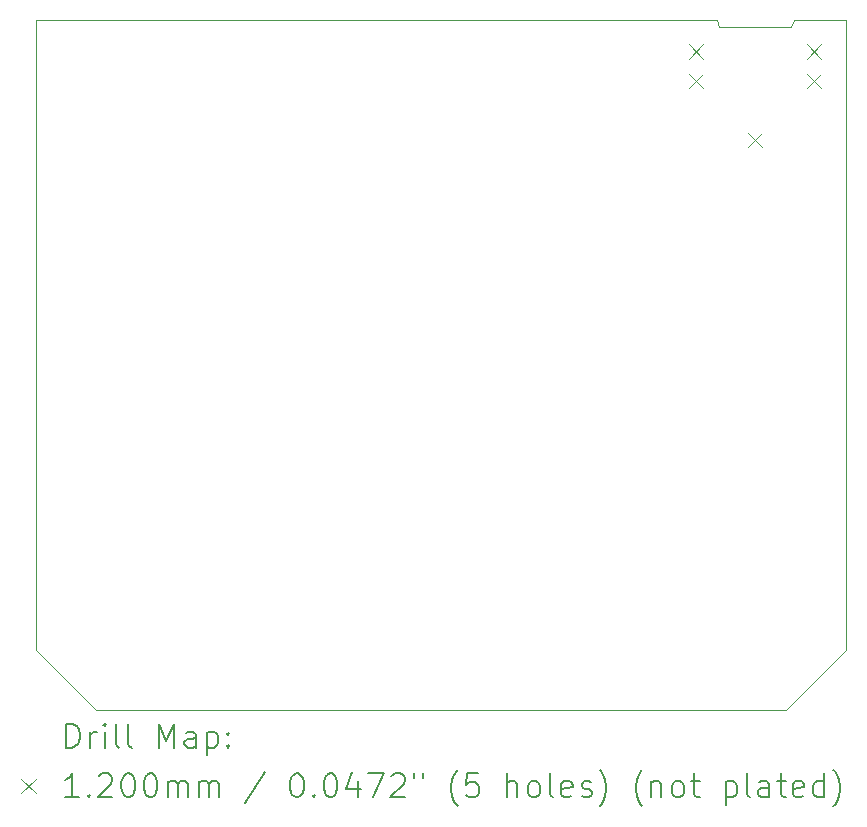
<source format=gbr>
%TF.GenerationSoftware,KiCad,Pcbnew,7.0.9*%
%TF.CreationDate,2025-04-10T13:05:31+02:00*%
%TF.ProjectId,CW,43572e6b-6963-4616-945f-706362585858,rev?*%
%TF.SameCoordinates,Original*%
%TF.FileFunction,Drillmap*%
%TF.FilePolarity,Positive*%
%FSLAX45Y45*%
G04 Gerber Fmt 4.5, Leading zero omitted, Abs format (unit mm)*
G04 Created by KiCad (PCBNEW 7.0.9) date 2025-04-10 13:05:31*
%MOMM*%
%LPD*%
G01*
G04 APERTURE LIST*
%ADD10C,0.100000*%
%ADD11C,0.200000*%
%ADD12C,0.120000*%
G04 APERTURE END LIST*
D10*
X16934180Y-7045960D02*
X17543780Y-7045960D01*
X17566640Y-6985000D01*
X17602200Y-6985000D01*
X18008600Y-6985000D01*
X18008600Y-12319000D01*
X17500600Y-12827000D01*
X11658600Y-12827000D01*
X11150600Y-12319000D01*
X11150600Y-6985000D01*
X16911320Y-6985000D01*
X16934180Y-7045960D01*
D11*
D12*
X16678600Y-7191000D02*
X16798600Y-7311000D01*
X16798600Y-7191000D02*
X16678600Y-7311000D01*
X16678600Y-7441000D02*
X16798600Y-7561000D01*
X16798600Y-7441000D02*
X16678600Y-7561000D01*
X17178600Y-7941000D02*
X17298600Y-8061000D01*
X17298600Y-7941000D02*
X17178600Y-8061000D01*
X17678600Y-7191000D02*
X17798600Y-7311000D01*
X17798600Y-7191000D02*
X17678600Y-7311000D01*
X17678600Y-7441000D02*
X17798600Y-7561000D01*
X17798600Y-7441000D02*
X17678600Y-7561000D01*
D11*
X11406377Y-13143484D02*
X11406377Y-12943484D01*
X11406377Y-12943484D02*
X11453996Y-12943484D01*
X11453996Y-12943484D02*
X11482567Y-12953008D01*
X11482567Y-12953008D02*
X11501615Y-12972055D01*
X11501615Y-12972055D02*
X11511139Y-12991103D01*
X11511139Y-12991103D02*
X11520662Y-13029198D01*
X11520662Y-13029198D02*
X11520662Y-13057769D01*
X11520662Y-13057769D02*
X11511139Y-13095865D01*
X11511139Y-13095865D02*
X11501615Y-13114912D01*
X11501615Y-13114912D02*
X11482567Y-13133960D01*
X11482567Y-13133960D02*
X11453996Y-13143484D01*
X11453996Y-13143484D02*
X11406377Y-13143484D01*
X11606377Y-13143484D02*
X11606377Y-13010150D01*
X11606377Y-13048246D02*
X11615901Y-13029198D01*
X11615901Y-13029198D02*
X11625424Y-13019674D01*
X11625424Y-13019674D02*
X11644472Y-13010150D01*
X11644472Y-13010150D02*
X11663520Y-13010150D01*
X11730186Y-13143484D02*
X11730186Y-13010150D01*
X11730186Y-12943484D02*
X11720662Y-12953008D01*
X11720662Y-12953008D02*
X11730186Y-12962531D01*
X11730186Y-12962531D02*
X11739710Y-12953008D01*
X11739710Y-12953008D02*
X11730186Y-12943484D01*
X11730186Y-12943484D02*
X11730186Y-12962531D01*
X11853996Y-13143484D02*
X11834948Y-13133960D01*
X11834948Y-13133960D02*
X11825424Y-13114912D01*
X11825424Y-13114912D02*
X11825424Y-12943484D01*
X11958758Y-13143484D02*
X11939710Y-13133960D01*
X11939710Y-13133960D02*
X11930186Y-13114912D01*
X11930186Y-13114912D02*
X11930186Y-12943484D01*
X12187329Y-13143484D02*
X12187329Y-12943484D01*
X12187329Y-12943484D02*
X12253996Y-13086341D01*
X12253996Y-13086341D02*
X12320662Y-12943484D01*
X12320662Y-12943484D02*
X12320662Y-13143484D01*
X12501615Y-13143484D02*
X12501615Y-13038722D01*
X12501615Y-13038722D02*
X12492091Y-13019674D01*
X12492091Y-13019674D02*
X12473043Y-13010150D01*
X12473043Y-13010150D02*
X12434948Y-13010150D01*
X12434948Y-13010150D02*
X12415901Y-13019674D01*
X12501615Y-13133960D02*
X12482567Y-13143484D01*
X12482567Y-13143484D02*
X12434948Y-13143484D01*
X12434948Y-13143484D02*
X12415901Y-13133960D01*
X12415901Y-13133960D02*
X12406377Y-13114912D01*
X12406377Y-13114912D02*
X12406377Y-13095865D01*
X12406377Y-13095865D02*
X12415901Y-13076817D01*
X12415901Y-13076817D02*
X12434948Y-13067293D01*
X12434948Y-13067293D02*
X12482567Y-13067293D01*
X12482567Y-13067293D02*
X12501615Y-13057769D01*
X12596853Y-13010150D02*
X12596853Y-13210150D01*
X12596853Y-13019674D02*
X12615901Y-13010150D01*
X12615901Y-13010150D02*
X12653996Y-13010150D01*
X12653996Y-13010150D02*
X12673043Y-13019674D01*
X12673043Y-13019674D02*
X12682567Y-13029198D01*
X12682567Y-13029198D02*
X12692091Y-13048246D01*
X12692091Y-13048246D02*
X12692091Y-13105388D01*
X12692091Y-13105388D02*
X12682567Y-13124436D01*
X12682567Y-13124436D02*
X12673043Y-13133960D01*
X12673043Y-13133960D02*
X12653996Y-13143484D01*
X12653996Y-13143484D02*
X12615901Y-13143484D01*
X12615901Y-13143484D02*
X12596853Y-13133960D01*
X12777805Y-13124436D02*
X12787329Y-13133960D01*
X12787329Y-13133960D02*
X12777805Y-13143484D01*
X12777805Y-13143484D02*
X12768282Y-13133960D01*
X12768282Y-13133960D02*
X12777805Y-13124436D01*
X12777805Y-13124436D02*
X12777805Y-13143484D01*
X12777805Y-13019674D02*
X12787329Y-13029198D01*
X12787329Y-13029198D02*
X12777805Y-13038722D01*
X12777805Y-13038722D02*
X12768282Y-13029198D01*
X12768282Y-13029198D02*
X12777805Y-13019674D01*
X12777805Y-13019674D02*
X12777805Y-13038722D01*
D12*
X11025600Y-13412000D02*
X11145600Y-13532000D01*
X11145600Y-13412000D02*
X11025600Y-13532000D01*
D11*
X11511139Y-13563484D02*
X11396853Y-13563484D01*
X11453996Y-13563484D02*
X11453996Y-13363484D01*
X11453996Y-13363484D02*
X11434948Y-13392055D01*
X11434948Y-13392055D02*
X11415901Y-13411103D01*
X11415901Y-13411103D02*
X11396853Y-13420627D01*
X11596853Y-13544436D02*
X11606377Y-13553960D01*
X11606377Y-13553960D02*
X11596853Y-13563484D01*
X11596853Y-13563484D02*
X11587329Y-13553960D01*
X11587329Y-13553960D02*
X11596853Y-13544436D01*
X11596853Y-13544436D02*
X11596853Y-13563484D01*
X11682567Y-13382531D02*
X11692091Y-13373008D01*
X11692091Y-13373008D02*
X11711139Y-13363484D01*
X11711139Y-13363484D02*
X11758758Y-13363484D01*
X11758758Y-13363484D02*
X11777805Y-13373008D01*
X11777805Y-13373008D02*
X11787329Y-13382531D01*
X11787329Y-13382531D02*
X11796853Y-13401579D01*
X11796853Y-13401579D02*
X11796853Y-13420627D01*
X11796853Y-13420627D02*
X11787329Y-13449198D01*
X11787329Y-13449198D02*
X11673043Y-13563484D01*
X11673043Y-13563484D02*
X11796853Y-13563484D01*
X11920662Y-13363484D02*
X11939710Y-13363484D01*
X11939710Y-13363484D02*
X11958758Y-13373008D01*
X11958758Y-13373008D02*
X11968282Y-13382531D01*
X11968282Y-13382531D02*
X11977805Y-13401579D01*
X11977805Y-13401579D02*
X11987329Y-13439674D01*
X11987329Y-13439674D02*
X11987329Y-13487293D01*
X11987329Y-13487293D02*
X11977805Y-13525388D01*
X11977805Y-13525388D02*
X11968282Y-13544436D01*
X11968282Y-13544436D02*
X11958758Y-13553960D01*
X11958758Y-13553960D02*
X11939710Y-13563484D01*
X11939710Y-13563484D02*
X11920662Y-13563484D01*
X11920662Y-13563484D02*
X11901615Y-13553960D01*
X11901615Y-13553960D02*
X11892091Y-13544436D01*
X11892091Y-13544436D02*
X11882567Y-13525388D01*
X11882567Y-13525388D02*
X11873043Y-13487293D01*
X11873043Y-13487293D02*
X11873043Y-13439674D01*
X11873043Y-13439674D02*
X11882567Y-13401579D01*
X11882567Y-13401579D02*
X11892091Y-13382531D01*
X11892091Y-13382531D02*
X11901615Y-13373008D01*
X11901615Y-13373008D02*
X11920662Y-13363484D01*
X12111139Y-13363484D02*
X12130186Y-13363484D01*
X12130186Y-13363484D02*
X12149234Y-13373008D01*
X12149234Y-13373008D02*
X12158758Y-13382531D01*
X12158758Y-13382531D02*
X12168282Y-13401579D01*
X12168282Y-13401579D02*
X12177805Y-13439674D01*
X12177805Y-13439674D02*
X12177805Y-13487293D01*
X12177805Y-13487293D02*
X12168282Y-13525388D01*
X12168282Y-13525388D02*
X12158758Y-13544436D01*
X12158758Y-13544436D02*
X12149234Y-13553960D01*
X12149234Y-13553960D02*
X12130186Y-13563484D01*
X12130186Y-13563484D02*
X12111139Y-13563484D01*
X12111139Y-13563484D02*
X12092091Y-13553960D01*
X12092091Y-13553960D02*
X12082567Y-13544436D01*
X12082567Y-13544436D02*
X12073043Y-13525388D01*
X12073043Y-13525388D02*
X12063520Y-13487293D01*
X12063520Y-13487293D02*
X12063520Y-13439674D01*
X12063520Y-13439674D02*
X12073043Y-13401579D01*
X12073043Y-13401579D02*
X12082567Y-13382531D01*
X12082567Y-13382531D02*
X12092091Y-13373008D01*
X12092091Y-13373008D02*
X12111139Y-13363484D01*
X12263520Y-13563484D02*
X12263520Y-13430150D01*
X12263520Y-13449198D02*
X12273043Y-13439674D01*
X12273043Y-13439674D02*
X12292091Y-13430150D01*
X12292091Y-13430150D02*
X12320663Y-13430150D01*
X12320663Y-13430150D02*
X12339710Y-13439674D01*
X12339710Y-13439674D02*
X12349234Y-13458722D01*
X12349234Y-13458722D02*
X12349234Y-13563484D01*
X12349234Y-13458722D02*
X12358758Y-13439674D01*
X12358758Y-13439674D02*
X12377805Y-13430150D01*
X12377805Y-13430150D02*
X12406377Y-13430150D01*
X12406377Y-13430150D02*
X12425424Y-13439674D01*
X12425424Y-13439674D02*
X12434948Y-13458722D01*
X12434948Y-13458722D02*
X12434948Y-13563484D01*
X12530186Y-13563484D02*
X12530186Y-13430150D01*
X12530186Y-13449198D02*
X12539710Y-13439674D01*
X12539710Y-13439674D02*
X12558758Y-13430150D01*
X12558758Y-13430150D02*
X12587329Y-13430150D01*
X12587329Y-13430150D02*
X12606377Y-13439674D01*
X12606377Y-13439674D02*
X12615901Y-13458722D01*
X12615901Y-13458722D02*
X12615901Y-13563484D01*
X12615901Y-13458722D02*
X12625424Y-13439674D01*
X12625424Y-13439674D02*
X12644472Y-13430150D01*
X12644472Y-13430150D02*
X12673043Y-13430150D01*
X12673043Y-13430150D02*
X12692091Y-13439674D01*
X12692091Y-13439674D02*
X12701615Y-13458722D01*
X12701615Y-13458722D02*
X12701615Y-13563484D01*
X13092091Y-13353960D02*
X12920663Y-13611103D01*
X13349234Y-13363484D02*
X13368282Y-13363484D01*
X13368282Y-13363484D02*
X13387329Y-13373008D01*
X13387329Y-13373008D02*
X13396853Y-13382531D01*
X13396853Y-13382531D02*
X13406377Y-13401579D01*
X13406377Y-13401579D02*
X13415901Y-13439674D01*
X13415901Y-13439674D02*
X13415901Y-13487293D01*
X13415901Y-13487293D02*
X13406377Y-13525388D01*
X13406377Y-13525388D02*
X13396853Y-13544436D01*
X13396853Y-13544436D02*
X13387329Y-13553960D01*
X13387329Y-13553960D02*
X13368282Y-13563484D01*
X13368282Y-13563484D02*
X13349234Y-13563484D01*
X13349234Y-13563484D02*
X13330186Y-13553960D01*
X13330186Y-13553960D02*
X13320663Y-13544436D01*
X13320663Y-13544436D02*
X13311139Y-13525388D01*
X13311139Y-13525388D02*
X13301615Y-13487293D01*
X13301615Y-13487293D02*
X13301615Y-13439674D01*
X13301615Y-13439674D02*
X13311139Y-13401579D01*
X13311139Y-13401579D02*
X13320663Y-13382531D01*
X13320663Y-13382531D02*
X13330186Y-13373008D01*
X13330186Y-13373008D02*
X13349234Y-13363484D01*
X13501615Y-13544436D02*
X13511139Y-13553960D01*
X13511139Y-13553960D02*
X13501615Y-13563484D01*
X13501615Y-13563484D02*
X13492091Y-13553960D01*
X13492091Y-13553960D02*
X13501615Y-13544436D01*
X13501615Y-13544436D02*
X13501615Y-13563484D01*
X13634948Y-13363484D02*
X13653996Y-13363484D01*
X13653996Y-13363484D02*
X13673044Y-13373008D01*
X13673044Y-13373008D02*
X13682567Y-13382531D01*
X13682567Y-13382531D02*
X13692091Y-13401579D01*
X13692091Y-13401579D02*
X13701615Y-13439674D01*
X13701615Y-13439674D02*
X13701615Y-13487293D01*
X13701615Y-13487293D02*
X13692091Y-13525388D01*
X13692091Y-13525388D02*
X13682567Y-13544436D01*
X13682567Y-13544436D02*
X13673044Y-13553960D01*
X13673044Y-13553960D02*
X13653996Y-13563484D01*
X13653996Y-13563484D02*
X13634948Y-13563484D01*
X13634948Y-13563484D02*
X13615901Y-13553960D01*
X13615901Y-13553960D02*
X13606377Y-13544436D01*
X13606377Y-13544436D02*
X13596853Y-13525388D01*
X13596853Y-13525388D02*
X13587329Y-13487293D01*
X13587329Y-13487293D02*
X13587329Y-13439674D01*
X13587329Y-13439674D02*
X13596853Y-13401579D01*
X13596853Y-13401579D02*
X13606377Y-13382531D01*
X13606377Y-13382531D02*
X13615901Y-13373008D01*
X13615901Y-13373008D02*
X13634948Y-13363484D01*
X13873044Y-13430150D02*
X13873044Y-13563484D01*
X13825425Y-13353960D02*
X13777806Y-13496817D01*
X13777806Y-13496817D02*
X13901615Y-13496817D01*
X13958758Y-13363484D02*
X14092091Y-13363484D01*
X14092091Y-13363484D02*
X14006377Y-13563484D01*
X14158758Y-13382531D02*
X14168282Y-13373008D01*
X14168282Y-13373008D02*
X14187329Y-13363484D01*
X14187329Y-13363484D02*
X14234948Y-13363484D01*
X14234948Y-13363484D02*
X14253996Y-13373008D01*
X14253996Y-13373008D02*
X14263520Y-13382531D01*
X14263520Y-13382531D02*
X14273044Y-13401579D01*
X14273044Y-13401579D02*
X14273044Y-13420627D01*
X14273044Y-13420627D02*
X14263520Y-13449198D01*
X14263520Y-13449198D02*
X14149234Y-13563484D01*
X14149234Y-13563484D02*
X14273044Y-13563484D01*
X14349234Y-13363484D02*
X14349234Y-13401579D01*
X14425425Y-13363484D02*
X14425425Y-13401579D01*
X14720663Y-13639674D02*
X14711139Y-13630150D01*
X14711139Y-13630150D02*
X14692091Y-13601579D01*
X14692091Y-13601579D02*
X14682568Y-13582531D01*
X14682568Y-13582531D02*
X14673044Y-13553960D01*
X14673044Y-13553960D02*
X14663520Y-13506341D01*
X14663520Y-13506341D02*
X14663520Y-13468246D01*
X14663520Y-13468246D02*
X14673044Y-13420627D01*
X14673044Y-13420627D02*
X14682568Y-13392055D01*
X14682568Y-13392055D02*
X14692091Y-13373008D01*
X14692091Y-13373008D02*
X14711139Y-13344436D01*
X14711139Y-13344436D02*
X14720663Y-13334912D01*
X14892091Y-13363484D02*
X14796853Y-13363484D01*
X14796853Y-13363484D02*
X14787329Y-13458722D01*
X14787329Y-13458722D02*
X14796853Y-13449198D01*
X14796853Y-13449198D02*
X14815901Y-13439674D01*
X14815901Y-13439674D02*
X14863520Y-13439674D01*
X14863520Y-13439674D02*
X14882568Y-13449198D01*
X14882568Y-13449198D02*
X14892091Y-13458722D01*
X14892091Y-13458722D02*
X14901615Y-13477769D01*
X14901615Y-13477769D02*
X14901615Y-13525388D01*
X14901615Y-13525388D02*
X14892091Y-13544436D01*
X14892091Y-13544436D02*
X14882568Y-13553960D01*
X14882568Y-13553960D02*
X14863520Y-13563484D01*
X14863520Y-13563484D02*
X14815901Y-13563484D01*
X14815901Y-13563484D02*
X14796853Y-13553960D01*
X14796853Y-13553960D02*
X14787329Y-13544436D01*
X15139710Y-13563484D02*
X15139710Y-13363484D01*
X15225425Y-13563484D02*
X15225425Y-13458722D01*
X15225425Y-13458722D02*
X15215901Y-13439674D01*
X15215901Y-13439674D02*
X15196853Y-13430150D01*
X15196853Y-13430150D02*
X15168282Y-13430150D01*
X15168282Y-13430150D02*
X15149234Y-13439674D01*
X15149234Y-13439674D02*
X15139710Y-13449198D01*
X15349234Y-13563484D02*
X15330187Y-13553960D01*
X15330187Y-13553960D02*
X15320663Y-13544436D01*
X15320663Y-13544436D02*
X15311139Y-13525388D01*
X15311139Y-13525388D02*
X15311139Y-13468246D01*
X15311139Y-13468246D02*
X15320663Y-13449198D01*
X15320663Y-13449198D02*
X15330187Y-13439674D01*
X15330187Y-13439674D02*
X15349234Y-13430150D01*
X15349234Y-13430150D02*
X15377806Y-13430150D01*
X15377806Y-13430150D02*
X15396853Y-13439674D01*
X15396853Y-13439674D02*
X15406377Y-13449198D01*
X15406377Y-13449198D02*
X15415901Y-13468246D01*
X15415901Y-13468246D02*
X15415901Y-13525388D01*
X15415901Y-13525388D02*
X15406377Y-13544436D01*
X15406377Y-13544436D02*
X15396853Y-13553960D01*
X15396853Y-13553960D02*
X15377806Y-13563484D01*
X15377806Y-13563484D02*
X15349234Y-13563484D01*
X15530187Y-13563484D02*
X15511139Y-13553960D01*
X15511139Y-13553960D02*
X15501615Y-13534912D01*
X15501615Y-13534912D02*
X15501615Y-13363484D01*
X15682568Y-13553960D02*
X15663520Y-13563484D01*
X15663520Y-13563484D02*
X15625425Y-13563484D01*
X15625425Y-13563484D02*
X15606377Y-13553960D01*
X15606377Y-13553960D02*
X15596853Y-13534912D01*
X15596853Y-13534912D02*
X15596853Y-13458722D01*
X15596853Y-13458722D02*
X15606377Y-13439674D01*
X15606377Y-13439674D02*
X15625425Y-13430150D01*
X15625425Y-13430150D02*
X15663520Y-13430150D01*
X15663520Y-13430150D02*
X15682568Y-13439674D01*
X15682568Y-13439674D02*
X15692091Y-13458722D01*
X15692091Y-13458722D02*
X15692091Y-13477769D01*
X15692091Y-13477769D02*
X15596853Y-13496817D01*
X15768282Y-13553960D02*
X15787330Y-13563484D01*
X15787330Y-13563484D02*
X15825425Y-13563484D01*
X15825425Y-13563484D02*
X15844472Y-13553960D01*
X15844472Y-13553960D02*
X15853996Y-13534912D01*
X15853996Y-13534912D02*
X15853996Y-13525388D01*
X15853996Y-13525388D02*
X15844472Y-13506341D01*
X15844472Y-13506341D02*
X15825425Y-13496817D01*
X15825425Y-13496817D02*
X15796853Y-13496817D01*
X15796853Y-13496817D02*
X15777806Y-13487293D01*
X15777806Y-13487293D02*
X15768282Y-13468246D01*
X15768282Y-13468246D02*
X15768282Y-13458722D01*
X15768282Y-13458722D02*
X15777806Y-13439674D01*
X15777806Y-13439674D02*
X15796853Y-13430150D01*
X15796853Y-13430150D02*
X15825425Y-13430150D01*
X15825425Y-13430150D02*
X15844472Y-13439674D01*
X15920663Y-13639674D02*
X15930187Y-13630150D01*
X15930187Y-13630150D02*
X15949234Y-13601579D01*
X15949234Y-13601579D02*
X15958758Y-13582531D01*
X15958758Y-13582531D02*
X15968282Y-13553960D01*
X15968282Y-13553960D02*
X15977806Y-13506341D01*
X15977806Y-13506341D02*
X15977806Y-13468246D01*
X15977806Y-13468246D02*
X15968282Y-13420627D01*
X15968282Y-13420627D02*
X15958758Y-13392055D01*
X15958758Y-13392055D02*
X15949234Y-13373008D01*
X15949234Y-13373008D02*
X15930187Y-13344436D01*
X15930187Y-13344436D02*
X15920663Y-13334912D01*
X16282568Y-13639674D02*
X16273044Y-13630150D01*
X16273044Y-13630150D02*
X16253996Y-13601579D01*
X16253996Y-13601579D02*
X16244472Y-13582531D01*
X16244472Y-13582531D02*
X16234949Y-13553960D01*
X16234949Y-13553960D02*
X16225425Y-13506341D01*
X16225425Y-13506341D02*
X16225425Y-13468246D01*
X16225425Y-13468246D02*
X16234949Y-13420627D01*
X16234949Y-13420627D02*
X16244472Y-13392055D01*
X16244472Y-13392055D02*
X16253996Y-13373008D01*
X16253996Y-13373008D02*
X16273044Y-13344436D01*
X16273044Y-13344436D02*
X16282568Y-13334912D01*
X16358758Y-13430150D02*
X16358758Y-13563484D01*
X16358758Y-13449198D02*
X16368282Y-13439674D01*
X16368282Y-13439674D02*
X16387330Y-13430150D01*
X16387330Y-13430150D02*
X16415901Y-13430150D01*
X16415901Y-13430150D02*
X16434949Y-13439674D01*
X16434949Y-13439674D02*
X16444472Y-13458722D01*
X16444472Y-13458722D02*
X16444472Y-13563484D01*
X16568282Y-13563484D02*
X16549234Y-13553960D01*
X16549234Y-13553960D02*
X16539711Y-13544436D01*
X16539711Y-13544436D02*
X16530187Y-13525388D01*
X16530187Y-13525388D02*
X16530187Y-13468246D01*
X16530187Y-13468246D02*
X16539711Y-13449198D01*
X16539711Y-13449198D02*
X16549234Y-13439674D01*
X16549234Y-13439674D02*
X16568282Y-13430150D01*
X16568282Y-13430150D02*
X16596853Y-13430150D01*
X16596853Y-13430150D02*
X16615901Y-13439674D01*
X16615901Y-13439674D02*
X16625425Y-13449198D01*
X16625425Y-13449198D02*
X16634949Y-13468246D01*
X16634949Y-13468246D02*
X16634949Y-13525388D01*
X16634949Y-13525388D02*
X16625425Y-13544436D01*
X16625425Y-13544436D02*
X16615901Y-13553960D01*
X16615901Y-13553960D02*
X16596853Y-13563484D01*
X16596853Y-13563484D02*
X16568282Y-13563484D01*
X16692092Y-13430150D02*
X16768282Y-13430150D01*
X16720663Y-13363484D02*
X16720663Y-13534912D01*
X16720663Y-13534912D02*
X16730187Y-13553960D01*
X16730187Y-13553960D02*
X16749234Y-13563484D01*
X16749234Y-13563484D02*
X16768282Y-13563484D01*
X16987330Y-13430150D02*
X16987330Y-13630150D01*
X16987330Y-13439674D02*
X17006377Y-13430150D01*
X17006377Y-13430150D02*
X17044473Y-13430150D01*
X17044473Y-13430150D02*
X17063520Y-13439674D01*
X17063520Y-13439674D02*
X17073044Y-13449198D01*
X17073044Y-13449198D02*
X17082568Y-13468246D01*
X17082568Y-13468246D02*
X17082568Y-13525388D01*
X17082568Y-13525388D02*
X17073044Y-13544436D01*
X17073044Y-13544436D02*
X17063520Y-13553960D01*
X17063520Y-13553960D02*
X17044473Y-13563484D01*
X17044473Y-13563484D02*
X17006377Y-13563484D01*
X17006377Y-13563484D02*
X16987330Y-13553960D01*
X17196854Y-13563484D02*
X17177806Y-13553960D01*
X17177806Y-13553960D02*
X17168282Y-13534912D01*
X17168282Y-13534912D02*
X17168282Y-13363484D01*
X17358758Y-13563484D02*
X17358758Y-13458722D01*
X17358758Y-13458722D02*
X17349235Y-13439674D01*
X17349235Y-13439674D02*
X17330187Y-13430150D01*
X17330187Y-13430150D02*
X17292092Y-13430150D01*
X17292092Y-13430150D02*
X17273044Y-13439674D01*
X17358758Y-13553960D02*
X17339711Y-13563484D01*
X17339711Y-13563484D02*
X17292092Y-13563484D01*
X17292092Y-13563484D02*
X17273044Y-13553960D01*
X17273044Y-13553960D02*
X17263520Y-13534912D01*
X17263520Y-13534912D02*
X17263520Y-13515865D01*
X17263520Y-13515865D02*
X17273044Y-13496817D01*
X17273044Y-13496817D02*
X17292092Y-13487293D01*
X17292092Y-13487293D02*
X17339711Y-13487293D01*
X17339711Y-13487293D02*
X17358758Y-13477769D01*
X17425425Y-13430150D02*
X17501615Y-13430150D01*
X17453996Y-13363484D02*
X17453996Y-13534912D01*
X17453996Y-13534912D02*
X17463520Y-13553960D01*
X17463520Y-13553960D02*
X17482568Y-13563484D01*
X17482568Y-13563484D02*
X17501615Y-13563484D01*
X17644473Y-13553960D02*
X17625425Y-13563484D01*
X17625425Y-13563484D02*
X17587330Y-13563484D01*
X17587330Y-13563484D02*
X17568282Y-13553960D01*
X17568282Y-13553960D02*
X17558758Y-13534912D01*
X17558758Y-13534912D02*
X17558758Y-13458722D01*
X17558758Y-13458722D02*
X17568282Y-13439674D01*
X17568282Y-13439674D02*
X17587330Y-13430150D01*
X17587330Y-13430150D02*
X17625425Y-13430150D01*
X17625425Y-13430150D02*
X17644473Y-13439674D01*
X17644473Y-13439674D02*
X17653996Y-13458722D01*
X17653996Y-13458722D02*
X17653996Y-13477769D01*
X17653996Y-13477769D02*
X17558758Y-13496817D01*
X17825425Y-13563484D02*
X17825425Y-13363484D01*
X17825425Y-13553960D02*
X17806377Y-13563484D01*
X17806377Y-13563484D02*
X17768282Y-13563484D01*
X17768282Y-13563484D02*
X17749235Y-13553960D01*
X17749235Y-13553960D02*
X17739711Y-13544436D01*
X17739711Y-13544436D02*
X17730187Y-13525388D01*
X17730187Y-13525388D02*
X17730187Y-13468246D01*
X17730187Y-13468246D02*
X17739711Y-13449198D01*
X17739711Y-13449198D02*
X17749235Y-13439674D01*
X17749235Y-13439674D02*
X17768282Y-13430150D01*
X17768282Y-13430150D02*
X17806377Y-13430150D01*
X17806377Y-13430150D02*
X17825425Y-13439674D01*
X17901616Y-13639674D02*
X17911139Y-13630150D01*
X17911139Y-13630150D02*
X17930187Y-13601579D01*
X17930187Y-13601579D02*
X17939711Y-13582531D01*
X17939711Y-13582531D02*
X17949235Y-13553960D01*
X17949235Y-13553960D02*
X17958758Y-13506341D01*
X17958758Y-13506341D02*
X17958758Y-13468246D01*
X17958758Y-13468246D02*
X17949235Y-13420627D01*
X17949235Y-13420627D02*
X17939711Y-13392055D01*
X17939711Y-13392055D02*
X17930187Y-13373008D01*
X17930187Y-13373008D02*
X17911139Y-13344436D01*
X17911139Y-13344436D02*
X17901616Y-13334912D01*
M02*

</source>
